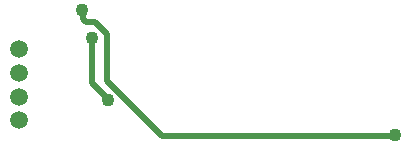
<source format=gbr>
G04*
G04 #@! TF.GenerationSoftware,Altium Limited,Altium Designer,23.6.0 (18)*
G04*
G04 Layer_Physical_Order=2*
G04 Layer_Color=16711680*
%FSLAX25Y25*%
%MOIN*%
G70*
G04*
G04 #@! TF.SameCoordinates,6FA12667-0DF0-4BCD-80CE-5BD958C659C7*
G04*
G04*
G04 #@! TF.FilePolarity,Positive*
G04*
G01*
G75*
%ADD21C,0.01968*%
%ADD22C,0.01000*%
%ADD23C,0.05906*%
%ADD24C,0.04331*%
D21*
X61992Y56559D02*
X62308Y56244D01*
Y53574D02*
Y56244D01*
X66477Y52421D02*
X70472Y48425D01*
X62308Y53574D02*
X63461Y52421D01*
X65373Y32199D02*
Y47241D01*
X63461Y52421D02*
X66477D01*
X70472Y32677D02*
Y48425D01*
Y32677D02*
X88583Y14567D01*
X166323D01*
X166535Y14780D01*
X65373Y32199D02*
X70885Y26688D01*
D22*
Y26397D02*
Y26688D01*
D23*
X40945Y19685D02*
D03*
Y27559D02*
D03*
Y35433D02*
D03*
Y43307D02*
D03*
D24*
X61992Y56559D02*
D03*
X65373Y47241D02*
D03*
X166535Y14780D02*
D03*
X70885Y26397D02*
D03*
M02*

</source>
